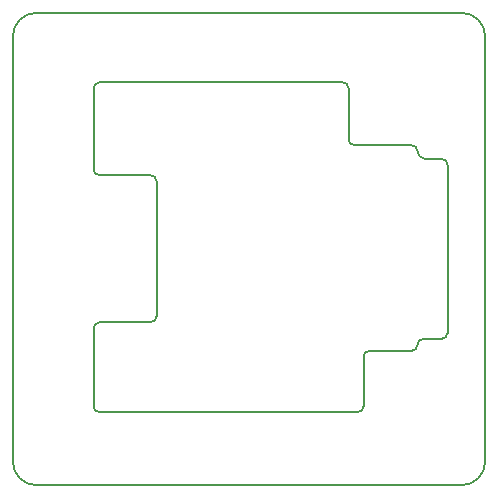
<source format=gm1>
%TF.GenerationSoftware,KiCad,Pcbnew,5.0.2+dfsg1-1*%
%TF.CreationDate,2022-03-26T23:49:25+09:00*%
%TF.ProjectId,pwm-esc-littlebee,70776d2d-6573-4632-9d6c-6974746c6562,rev?*%
%TF.SameCoordinates,Original*%
%TF.FileFunction,Profile,NP*%
%FSLAX46Y46*%
G04 Gerber Fmt 4.6, Leading zero omitted, Abs format (unit mm)*
G04 Created by KiCad (PCBNEW 5.0.2+dfsg1-1) date Sat 26 Mar 2022 11:49:25 PM JST*
%MOMM*%
%LPD*%
G01*
G04 APERTURE LIST*
%ADD10C,0.150000*%
G04 APERTURE END LIST*
D10*
X116840000Y-63246000D02*
X116840000Y-56388000D01*
X121666000Y-63754000D02*
X117348000Y-63754000D01*
X117348000Y-63754000D02*
G75*
G02X116840000Y-63246000I0J508000D01*
G01*
X122174000Y-64262000D02*
X122174000Y-75692000D01*
X116840000Y-76708000D02*
X116840000Y-83312000D01*
X117348000Y-76200000D02*
X121666000Y-76200000D01*
X116840000Y-76708000D02*
G75*
G02X117348000Y-76200000I508000J0D01*
G01*
X122174000Y-75692000D02*
G75*
G02X121666000Y-76200000I-508000J0D01*
G01*
X121666000Y-63754000D02*
G75*
G02X122174000Y-64262000I0J-508000D01*
G01*
X138430000Y-56388000D02*
X138430000Y-60706000D01*
X137922000Y-55880000D02*
G75*
G02X138430000Y-56388000I0J-508000D01*
G01*
X117348000Y-55880000D02*
X137922000Y-55880000D01*
X138938000Y-61214000D02*
X143764000Y-61214000D01*
X138938000Y-61214000D02*
G75*
G02X138430000Y-60706000I0J508000D01*
G01*
X143764000Y-61214000D02*
G75*
G02X144272000Y-61722000I0J-508000D01*
G01*
X139700000Y-79121000D02*
X139700000Y-83312000D01*
X140208000Y-78613000D02*
X143764000Y-78613000D01*
X144272000Y-78105000D02*
G75*
G02X143764000Y-78613000I-508000J0D01*
G01*
X139700000Y-79121000D02*
G75*
G02X140208000Y-78613000I508000J0D01*
G01*
X139700000Y-83312000D02*
G75*
G02X139192000Y-83820000I-508000J0D01*
G01*
X117348000Y-83820000D02*
X139192000Y-83820000D01*
X117348000Y-83820000D02*
G75*
G02X116840000Y-83312000I0J508000D01*
G01*
X116840000Y-56388000D02*
G75*
G02X117348000Y-55880000I508000J0D01*
G01*
X144780000Y-77597000D02*
X146304000Y-77597000D01*
X144907000Y-62357000D02*
X146304000Y-62357000D01*
X144272000Y-78105000D02*
G75*
G02X144780000Y-77597000I508000J0D01*
G01*
X144907000Y-62357000D02*
G75*
G02X144272000Y-61722000I0J635000D01*
G01*
X146812000Y-77089000D02*
X146812000Y-62865000D01*
X146304000Y-62357000D02*
G75*
G02X146812000Y-62865000I0J-508000D01*
G01*
X146812000Y-77089000D02*
G75*
G02X146304000Y-77597000I-508000J0D01*
G01*
X112000000Y-90000000D02*
G75*
G02X110000000Y-88000000I0J2000000D01*
G01*
X150000000Y-88000000D02*
G75*
G02X148000000Y-90000000I-2000000J0D01*
G01*
X148000000Y-50000000D02*
G75*
G02X150000000Y-52000000I0J-2000000D01*
G01*
X110000000Y-52000000D02*
G75*
G02X112000000Y-50000000I2000000J0D01*
G01*
X110000000Y-88000000D02*
X110000000Y-52000000D01*
X148000000Y-90000000D02*
X112000000Y-90000000D01*
X150000000Y-52000000D02*
X150000000Y-88000000D01*
X112000000Y-50000000D02*
X148000000Y-50000000D01*
M02*

</source>
